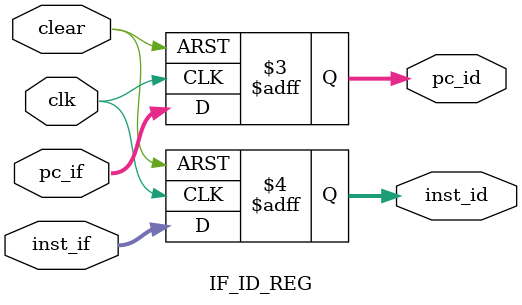
<source format=sv>
`ifndef IF_ID_REG_GUARD
`define IF_ID_REG_GUARD
module IF_ID_REG #(parameter DATA_SIZE = 32, parameter ADDR_SIZE = 10) (
    input clk,
    input clear,
    input [ADDR_SIZE-1:0] pc_if,
    input [DATA_SIZE-1:0] inst_if,
    output reg [ADDR_SIZE-1:0] pc_id,
    output reg [DATA_SIZE-1:0] inst_id
);

always_ff @(posedge clk or posedge clear) begin
    if(clear == 1) begin
        pc_id <= 0;
        inst_id <= 0;
    end else begin
        pc_id <= pc_if;
        inst_id <= inst_if;
    end 
end

endmodule

`endif 
</source>
